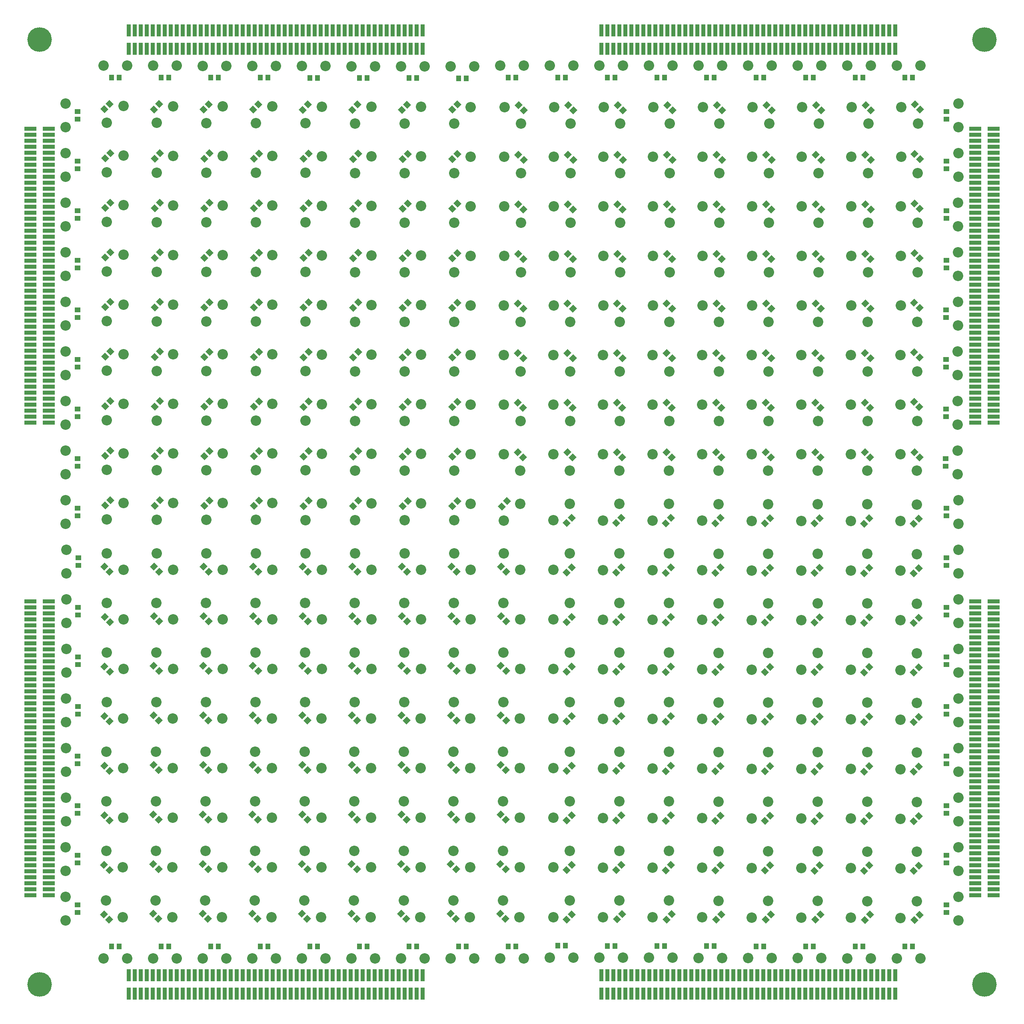
<source format=gts>
G04 Layer_Color=8388736*
%FSLAX25Y25*%
%MOIN*%
G70*
G01*
G75*
%ADD27R,0.04343X0.04737*%
%ADD28R,0.04737X0.04343*%
G04:AMPARAMS|DCode=29|XSize=47.37mil|YSize=43.43mil|CornerRadius=0mil|HoleSize=0mil|Usage=FLASHONLY|Rotation=225.000|XOffset=0mil|YOffset=0mil|HoleType=Round|Shape=Rectangle|*
%AMROTATEDRECTD29*
4,1,4,0.00139,0.03210,0.03210,0.00139,-0.00139,-0.03210,-0.03210,-0.00139,0.00139,0.03210,0.0*
%
%ADD29ROTATEDRECTD29*%

%ADD30R,0.03713X0.10249*%
%ADD31R,0.10249X0.03713*%
G04:AMPARAMS|DCode=32|XSize=47.37mil|YSize=43.43mil|CornerRadius=0mil|HoleSize=0mil|Usage=FLASHONLY|Rotation=315.000|XOffset=0mil|YOffset=0mil|HoleType=Round|Shape=Rectangle|*
%AMROTATEDRECTD32*
4,1,4,-0.03210,0.00139,-0.00139,0.03210,0.03210,-0.00139,0.00139,-0.03210,-0.03210,0.00139,0.0*
%
%ADD32ROTATEDRECTD32*%

%ADD33C,0.08674*%
%ADD34C,0.20485*%
D27*
X-3150Y362205D02*
D03*
X3150D02*
D03*
X327559Y362205D02*
D03*
X333858D02*
D03*
X286220Y362205D02*
D03*
X292520D02*
D03*
X244882Y362205D02*
D03*
X251181D02*
D03*
X203543Y362205D02*
D03*
X209842D02*
D03*
X162205Y362205D02*
D03*
X168504D02*
D03*
X120866Y362205D02*
D03*
X127165D02*
D03*
X79527Y362205D02*
D03*
X85827D02*
D03*
X38189Y362205D02*
D03*
X44488D02*
D03*
X-251181Y362106D02*
D03*
X-244882Y362106D02*
D03*
X-209843Y362008D02*
D03*
X-203543Y362008D02*
D03*
X-168504Y361910D02*
D03*
X-162205Y361909D02*
D03*
X-127165Y361811D02*
D03*
X-120866Y361811D02*
D03*
X-85827Y361713D02*
D03*
X-79528Y361713D02*
D03*
X-44488Y361614D02*
D03*
X-38189Y361614D02*
D03*
X-333858Y362303D02*
D03*
X-327559Y362303D02*
D03*
X-292520Y362205D02*
D03*
X-286221Y362205D02*
D03*
X-38189Y-362205D02*
D03*
X-44488D02*
D03*
X-79527Y-362205D02*
D03*
X-85827D02*
D03*
X-120866Y-362205D02*
D03*
X-127165D02*
D03*
X-162205Y-362205D02*
D03*
X-168504D02*
D03*
X-203543Y-362205D02*
D03*
X-209842D02*
D03*
X-244882Y-362205D02*
D03*
X-251181D02*
D03*
X-286220Y-362205D02*
D03*
X-292520D02*
D03*
X-327559Y-362205D02*
D03*
X-333858D02*
D03*
X3150Y-362205D02*
D03*
X-3150D02*
D03*
X251181Y-362106D02*
D03*
X244882Y-362106D02*
D03*
X209843Y-362008D02*
D03*
X203543Y-362008D02*
D03*
X168504Y-361910D02*
D03*
X162205Y-361909D02*
D03*
X127165Y-361811D02*
D03*
X120866Y-361811D02*
D03*
X85827Y-361713D02*
D03*
X79528Y-361713D02*
D03*
X44488Y-361614D02*
D03*
X38189Y-361614D02*
D03*
X333858Y-362303D02*
D03*
X327559Y-362303D02*
D03*
X292520Y-362205D02*
D03*
X286221Y-362205D02*
D03*
D28*
X362205Y292520D02*
D03*
X362205Y286221D02*
D03*
X362303Y333858D02*
D03*
X362303Y327559D02*
D03*
X361614Y44488D02*
D03*
X361614Y38189D02*
D03*
X361713Y85827D02*
D03*
X361713Y79528D02*
D03*
X361811Y127165D02*
D03*
X361811Y120866D02*
D03*
X361910Y168504D02*
D03*
X361909Y162205D02*
D03*
X362008Y209843D02*
D03*
X362008Y203543D02*
D03*
X362106Y251181D02*
D03*
X362106Y244882D02*
D03*
X-362205Y38189D02*
D03*
Y44488D02*
D03*
X-362205Y79527D02*
D03*
Y85827D02*
D03*
X-362205Y120866D02*
D03*
Y127165D02*
D03*
X-362205Y162205D02*
D03*
Y168504D02*
D03*
X-362205Y203543D02*
D03*
Y209842D02*
D03*
X-362205Y244882D02*
D03*
Y251181D02*
D03*
X-362205Y286220D02*
D03*
Y292520D02*
D03*
X-362205Y327559D02*
D03*
Y333858D02*
D03*
X-362205Y-3150D02*
D03*
Y3150D02*
D03*
X-362106Y-251181D02*
D03*
X-362106Y-244882D02*
D03*
X-362008Y-209843D02*
D03*
X-362008Y-203543D02*
D03*
X-361910Y-168504D02*
D03*
X-361909Y-162205D02*
D03*
X-361811Y-127165D02*
D03*
X-361811Y-120866D02*
D03*
X-361713Y-85827D02*
D03*
X-361713Y-79528D02*
D03*
X-361614Y-44488D02*
D03*
X-361614Y-38189D02*
D03*
X-362303Y-333858D02*
D03*
X-362303Y-327559D02*
D03*
X-362205Y-292520D02*
D03*
X-362205Y-286221D02*
D03*
X362205Y-38189D02*
D03*
Y-44488D02*
D03*
X362205Y-79527D02*
D03*
Y-85827D02*
D03*
X362205Y-120866D02*
D03*
Y-127165D02*
D03*
X362205Y-162205D02*
D03*
Y-168504D02*
D03*
X362205Y-203543D02*
D03*
Y-209842D02*
D03*
X362205Y-244882D02*
D03*
Y-251181D02*
D03*
X362205Y-286220D02*
D03*
Y-292520D02*
D03*
X362205Y-327559D02*
D03*
Y-333858D02*
D03*
X362205Y3150D02*
D03*
Y-3150D02*
D03*
D29*
X339855Y45498D02*
D03*
X335401Y49952D02*
D03*
X298516Y45498D02*
D03*
X294062Y49952D02*
D03*
X299205Y334868D02*
D03*
X294751Y339322D02*
D03*
X340179Y335412D02*
D03*
X335725Y339867D02*
D03*
X257867Y334868D02*
D03*
X253412Y339322D02*
D03*
X216528Y334868D02*
D03*
X212074Y339322D02*
D03*
X175189Y334868D02*
D03*
X170735Y339322D02*
D03*
X133851Y334868D02*
D03*
X129397Y339322D02*
D03*
X92512Y334868D02*
D03*
X88058Y339322D02*
D03*
X51174Y334868D02*
D03*
X46720Y339322D02*
D03*
X9835Y334868D02*
D03*
X5381Y339322D02*
D03*
X299107Y293529D02*
D03*
X294652Y297983D02*
D03*
X340080Y294074D02*
D03*
X335626Y298528D02*
D03*
X257768Y293529D02*
D03*
X253314Y297983D02*
D03*
X216429Y293529D02*
D03*
X211975Y297983D02*
D03*
X175091Y293529D02*
D03*
X170637Y297983D02*
D03*
X133752Y293529D02*
D03*
X129298Y297983D02*
D03*
X92414Y293529D02*
D03*
X87960Y297983D02*
D03*
X51075Y293529D02*
D03*
X46621Y297983D02*
D03*
X9737Y293529D02*
D03*
X5283Y297983D02*
D03*
X299008Y252190D02*
D03*
X294554Y256645D02*
D03*
X339982Y252735D02*
D03*
X335528Y257189D02*
D03*
X257670Y252190D02*
D03*
X253216Y256645D02*
D03*
X216331Y252190D02*
D03*
X211877Y256645D02*
D03*
X174993Y252190D02*
D03*
X170538Y256645D02*
D03*
X133654Y252190D02*
D03*
X129200Y256645D02*
D03*
X92315Y252190D02*
D03*
X87861Y256645D02*
D03*
X50977Y252190D02*
D03*
X46523Y256645D02*
D03*
X9638Y252190D02*
D03*
X5184Y256645D02*
D03*
X298910Y210852D02*
D03*
X294456Y215306D02*
D03*
X339883Y211397D02*
D03*
X335429Y215851D02*
D03*
X257571Y210852D02*
D03*
X253117Y215306D02*
D03*
X216233Y210852D02*
D03*
X211778Y215306D02*
D03*
X174894Y210852D02*
D03*
X170440Y215306D02*
D03*
X133555Y210852D02*
D03*
X129101Y215306D02*
D03*
X92217Y210852D02*
D03*
X87763Y215306D02*
D03*
X50878Y210852D02*
D03*
X46424Y215306D02*
D03*
X9540Y210852D02*
D03*
X5086Y215306D02*
D03*
X298811Y169513D02*
D03*
X294357Y173968D02*
D03*
X339785Y170058D02*
D03*
X335331Y174512D02*
D03*
X257473Y169513D02*
D03*
X253019Y173968D02*
D03*
X216134Y169513D02*
D03*
X211680Y173968D02*
D03*
X174796Y169513D02*
D03*
X170342Y173968D02*
D03*
X133457Y169513D02*
D03*
X129003Y173968D02*
D03*
X92119Y169513D02*
D03*
X87664Y173968D02*
D03*
X50780Y169513D02*
D03*
X46326Y173968D02*
D03*
X9441Y169513D02*
D03*
X4987Y173968D02*
D03*
X298713Y128175D02*
D03*
X294259Y132629D02*
D03*
X339687Y128719D02*
D03*
X335232Y133174D02*
D03*
X257374Y128175D02*
D03*
X252920Y132629D02*
D03*
X216036Y128175D02*
D03*
X211582Y132629D02*
D03*
X174697Y128175D02*
D03*
X170243Y132629D02*
D03*
X133359Y128175D02*
D03*
X128904Y132629D02*
D03*
X92020Y128175D02*
D03*
X87566Y132629D02*
D03*
X50682Y128175D02*
D03*
X46227Y132629D02*
D03*
X9343Y128175D02*
D03*
X4889Y132629D02*
D03*
X298615Y86836D02*
D03*
X294160Y91290D02*
D03*
X339588Y87381D02*
D03*
X335134Y91835D02*
D03*
X257276Y86836D02*
D03*
X252822Y91290D02*
D03*
X215937Y86836D02*
D03*
X211483Y91290D02*
D03*
X174599Y86836D02*
D03*
X170145Y91290D02*
D03*
X133260Y86836D02*
D03*
X128806Y91290D02*
D03*
X91922Y86836D02*
D03*
X87467Y91290D02*
D03*
X50583Y86836D02*
D03*
X46129Y91290D02*
D03*
X9245Y86836D02*
D03*
X4790Y91290D02*
D03*
X9146Y45498D02*
D03*
X4692Y49952D02*
D03*
X50485Y45498D02*
D03*
X46031Y49952D02*
D03*
X91823Y45498D02*
D03*
X87369Y49952D02*
D03*
X133162Y45498D02*
D03*
X128708Y49952D02*
D03*
X174500Y45498D02*
D03*
X170046Y49952D02*
D03*
X215839Y45498D02*
D03*
X211385Y49952D02*
D03*
X257178Y45498D02*
D03*
X252723Y49952D02*
D03*
X-257178Y-45498D02*
D03*
X-252723Y-49952D02*
D03*
X-215839Y-45498D02*
D03*
X-211385Y-49952D02*
D03*
X-174500Y-45498D02*
D03*
X-170046Y-49952D02*
D03*
X-133162Y-45498D02*
D03*
X-128708Y-49952D02*
D03*
X-91823Y-45498D02*
D03*
X-87369Y-49952D02*
D03*
X-50485Y-45498D02*
D03*
X-46031Y-49952D02*
D03*
X-9146Y-45498D02*
D03*
X-4692Y-49952D02*
D03*
X-9245Y-86836D02*
D03*
X-4790Y-91290D02*
D03*
X-50583Y-86836D02*
D03*
X-46129Y-91290D02*
D03*
X-91922Y-86836D02*
D03*
X-87467Y-91290D02*
D03*
X-133260Y-86836D02*
D03*
X-128806Y-91290D02*
D03*
X-174599Y-86836D02*
D03*
X-170145Y-91290D02*
D03*
X-215937Y-86836D02*
D03*
X-211483Y-91290D02*
D03*
X-257276Y-86836D02*
D03*
X-252822Y-91290D02*
D03*
X-339588Y-87381D02*
D03*
X-335134Y-91835D02*
D03*
X-298615Y-86836D02*
D03*
X-294160Y-91290D02*
D03*
X-9343Y-128175D02*
D03*
X-4889Y-132629D02*
D03*
X-50682Y-128175D02*
D03*
X-46227Y-132629D02*
D03*
X-92020Y-128175D02*
D03*
X-87566Y-132629D02*
D03*
X-133359Y-128175D02*
D03*
X-128904Y-132629D02*
D03*
X-174697Y-128175D02*
D03*
X-170243Y-132629D02*
D03*
X-216036Y-128175D02*
D03*
X-211582Y-132629D02*
D03*
X-257374Y-128175D02*
D03*
X-252920Y-132629D02*
D03*
X-339687Y-128719D02*
D03*
X-335232Y-133174D02*
D03*
X-298713Y-128175D02*
D03*
X-294259Y-132629D02*
D03*
X-9441Y-169513D02*
D03*
X-4987Y-173968D02*
D03*
X-50780Y-169513D02*
D03*
X-46326Y-173968D02*
D03*
X-92119Y-169513D02*
D03*
X-87664Y-173968D02*
D03*
X-133457Y-169513D02*
D03*
X-129003Y-173968D02*
D03*
X-174796Y-169513D02*
D03*
X-170342Y-173968D02*
D03*
X-216134Y-169513D02*
D03*
X-211680Y-173968D02*
D03*
X-257473Y-169513D02*
D03*
X-253019Y-173968D02*
D03*
X-339785Y-170058D02*
D03*
X-335331Y-174512D02*
D03*
X-298811Y-169513D02*
D03*
X-294357Y-173968D02*
D03*
X-9540Y-210852D02*
D03*
X-5086Y-215306D02*
D03*
X-50878Y-210852D02*
D03*
X-46424Y-215306D02*
D03*
X-92217Y-210852D02*
D03*
X-87763Y-215306D02*
D03*
X-133555Y-210852D02*
D03*
X-129101Y-215306D02*
D03*
X-174894Y-210852D02*
D03*
X-170440Y-215306D02*
D03*
X-216233Y-210852D02*
D03*
X-211778Y-215306D02*
D03*
X-257571Y-210852D02*
D03*
X-253117Y-215306D02*
D03*
X-339883Y-211397D02*
D03*
X-335429Y-215851D02*
D03*
X-298910Y-210852D02*
D03*
X-294456Y-215306D02*
D03*
X-9638Y-252190D02*
D03*
X-5184Y-256645D02*
D03*
X-50977Y-252190D02*
D03*
X-46523Y-256645D02*
D03*
X-92315Y-252190D02*
D03*
X-87861Y-256645D02*
D03*
X-133654Y-252190D02*
D03*
X-129200Y-256645D02*
D03*
X-174993Y-252190D02*
D03*
X-170538Y-256645D02*
D03*
X-216331Y-252190D02*
D03*
X-211877Y-256645D02*
D03*
X-257670Y-252190D02*
D03*
X-253216Y-256645D02*
D03*
X-339982Y-252735D02*
D03*
X-335528Y-257189D02*
D03*
X-299008Y-252190D02*
D03*
X-294554Y-256645D02*
D03*
X-9737Y-293529D02*
D03*
X-5283Y-297983D02*
D03*
X-51075Y-293529D02*
D03*
X-46621Y-297983D02*
D03*
X-92414Y-293529D02*
D03*
X-87960Y-297983D02*
D03*
X-133752Y-293529D02*
D03*
X-129298Y-297983D02*
D03*
X-175091Y-293529D02*
D03*
X-170637Y-297983D02*
D03*
X-216429Y-293529D02*
D03*
X-211975Y-297983D02*
D03*
X-257768Y-293529D02*
D03*
X-253314Y-297983D02*
D03*
X-340080Y-294074D02*
D03*
X-335626Y-298528D02*
D03*
X-299107Y-293529D02*
D03*
X-294652Y-297983D02*
D03*
X-9835Y-334868D02*
D03*
X-5381Y-339322D02*
D03*
X-51174Y-334868D02*
D03*
X-46720Y-339322D02*
D03*
X-92512Y-334868D02*
D03*
X-88058Y-339322D02*
D03*
X-133851Y-334868D02*
D03*
X-129397Y-339322D02*
D03*
X-175189Y-334868D02*
D03*
X-170735Y-339322D02*
D03*
X-216528Y-334868D02*
D03*
X-212074Y-339322D02*
D03*
X-257867Y-334868D02*
D03*
X-253412Y-339322D02*
D03*
X-340179Y-335412D02*
D03*
X-335725Y-339867D02*
D03*
X-299205Y-334868D02*
D03*
X-294751Y-339322D02*
D03*
X-298516Y-45498D02*
D03*
X-294062Y-49952D02*
D03*
X-339855Y-45498D02*
D03*
X-335401Y-49952D02*
D03*
D30*
X74350Y386023D02*
D03*
X79350D02*
D03*
X84350D02*
D03*
X89350D02*
D03*
X94350D02*
D03*
X99350D02*
D03*
X104350D02*
D03*
X109350D02*
D03*
X114350D02*
D03*
X119350D02*
D03*
X124350D02*
D03*
X129350D02*
D03*
X134350D02*
D03*
X139350D02*
D03*
X144350D02*
D03*
X149350D02*
D03*
X154350D02*
D03*
X159350D02*
D03*
X164350D02*
D03*
X169350D02*
D03*
X174350D02*
D03*
X179350D02*
D03*
X184350D02*
D03*
X189350D02*
D03*
X194350D02*
D03*
X199350D02*
D03*
X204350D02*
D03*
X209350D02*
D03*
X214350D02*
D03*
X219350D02*
D03*
X224350D02*
D03*
X229350D02*
D03*
X234350D02*
D03*
X239350D02*
D03*
X244350D02*
D03*
X249350D02*
D03*
X254350D02*
D03*
X259350D02*
D03*
X264350D02*
D03*
X269350D02*
D03*
X274350D02*
D03*
X279350D02*
D03*
X284350D02*
D03*
X289350D02*
D03*
X294350D02*
D03*
X299350D02*
D03*
X304350D02*
D03*
X309350D02*
D03*
X314350D02*
D03*
X319350D02*
D03*
X74350Y401378D02*
D03*
X79350D02*
D03*
X84350D02*
D03*
X89350D02*
D03*
X94350D02*
D03*
X99350D02*
D03*
X104350D02*
D03*
X109350D02*
D03*
X114350D02*
D03*
X119350D02*
D03*
X124350D02*
D03*
X129350D02*
D03*
X134350D02*
D03*
X139350D02*
D03*
X144350D02*
D03*
X149350D02*
D03*
X154350D02*
D03*
X159350D02*
D03*
X164350D02*
D03*
X169350D02*
D03*
X174350D02*
D03*
X179350D02*
D03*
X184350D02*
D03*
X189350D02*
D03*
X194350D02*
D03*
X199350D02*
D03*
X204350D02*
D03*
X209350D02*
D03*
X214350D02*
D03*
X219350D02*
D03*
X224350D02*
D03*
X229350D02*
D03*
X234350D02*
D03*
X239350D02*
D03*
X244350D02*
D03*
X249350D02*
D03*
X254350D02*
D03*
X259350D02*
D03*
X264350D02*
D03*
X269350D02*
D03*
X274350D02*
D03*
X279350D02*
D03*
X284350D02*
D03*
X289350D02*
D03*
X294350D02*
D03*
X299350D02*
D03*
X304350D02*
D03*
X309350D02*
D03*
X314350D02*
D03*
X319350D02*
D03*
X-74350Y401378D02*
D03*
X-79350D02*
D03*
X-84350D02*
D03*
X-89350D02*
D03*
X-94350D02*
D03*
X-99350D02*
D03*
X-104350D02*
D03*
X-109350D02*
D03*
X-114350D02*
D03*
X-119350D02*
D03*
X-124350D02*
D03*
X-129350D02*
D03*
X-134350D02*
D03*
X-139350D02*
D03*
X-144350D02*
D03*
X-149350D02*
D03*
X-154350D02*
D03*
X-159350D02*
D03*
X-164350D02*
D03*
X-169350D02*
D03*
X-174350D02*
D03*
X-179350D02*
D03*
X-184350D02*
D03*
X-189350D02*
D03*
X-194350D02*
D03*
X-199350D02*
D03*
X-204350D02*
D03*
X-209350D02*
D03*
X-214350D02*
D03*
X-219350D02*
D03*
X-224350D02*
D03*
X-229350D02*
D03*
X-234350D02*
D03*
X-239350D02*
D03*
X-244350D02*
D03*
X-249350D02*
D03*
X-254350D02*
D03*
X-259350D02*
D03*
X-264350D02*
D03*
X-269350D02*
D03*
X-274350D02*
D03*
X-279350D02*
D03*
X-284350D02*
D03*
X-289350D02*
D03*
X-294350D02*
D03*
X-299350D02*
D03*
X-304350D02*
D03*
X-309350D02*
D03*
X-314350D02*
D03*
X-319350D02*
D03*
X-74350Y386024D02*
D03*
X-79350D02*
D03*
X-84350D02*
D03*
X-89350D02*
D03*
X-94350D02*
D03*
X-99350D02*
D03*
X-104350D02*
D03*
X-109350D02*
D03*
X-114350D02*
D03*
X-119350D02*
D03*
X-124350D02*
D03*
X-129350D02*
D03*
X-134350D02*
D03*
X-139350D02*
D03*
X-144350D02*
D03*
X-149350D02*
D03*
X-154350D02*
D03*
X-159350D02*
D03*
X-164350D02*
D03*
X-169350D02*
D03*
X-174350D02*
D03*
X-179350D02*
D03*
X-184350D02*
D03*
X-189350D02*
D03*
X-194350D02*
D03*
X-199350D02*
D03*
X-204350D02*
D03*
X-209350D02*
D03*
X-214350D02*
D03*
X-219350D02*
D03*
X-224350D02*
D03*
X-229350D02*
D03*
X-234350D02*
D03*
X-239350D02*
D03*
X-244350D02*
D03*
X-249350D02*
D03*
X-254350D02*
D03*
X-259350D02*
D03*
X-264350D02*
D03*
X-269350D02*
D03*
X-274350D02*
D03*
X-279350D02*
D03*
X-284350D02*
D03*
X-289350D02*
D03*
X-294350D02*
D03*
X-299350D02*
D03*
X-304350D02*
D03*
X-309350D02*
D03*
X-314350D02*
D03*
X-319350D02*
D03*
X-74350Y-386023D02*
D03*
X-79350D02*
D03*
X-84350D02*
D03*
X-89350D02*
D03*
X-94350D02*
D03*
X-99350D02*
D03*
X-104350D02*
D03*
X-109350D02*
D03*
X-114350D02*
D03*
X-119350D02*
D03*
X-124350D02*
D03*
X-129350D02*
D03*
X-134350D02*
D03*
X-139350D02*
D03*
X-144350D02*
D03*
X-149350D02*
D03*
X-154350D02*
D03*
X-159350D02*
D03*
X-164350D02*
D03*
X-169350D02*
D03*
X-174350D02*
D03*
X-179350D02*
D03*
X-184350D02*
D03*
X-189350D02*
D03*
X-194350D02*
D03*
X-199350D02*
D03*
X-204350D02*
D03*
X-209350D02*
D03*
X-214350D02*
D03*
X-219350D02*
D03*
X-224350D02*
D03*
X-229350D02*
D03*
X-234350D02*
D03*
X-239350D02*
D03*
X-244350D02*
D03*
X-249350D02*
D03*
X-254350D02*
D03*
X-259350D02*
D03*
X-264350D02*
D03*
X-269350D02*
D03*
X-274350D02*
D03*
X-279350D02*
D03*
X-284350D02*
D03*
X-289350D02*
D03*
X-294350D02*
D03*
X-299350D02*
D03*
X-304350D02*
D03*
X-309350D02*
D03*
X-314350D02*
D03*
X-319350D02*
D03*
X-74350Y-401378D02*
D03*
X-79350D02*
D03*
X-84350D02*
D03*
X-89350D02*
D03*
X-94350D02*
D03*
X-99350D02*
D03*
X-104350D02*
D03*
X-109350D02*
D03*
X-114350D02*
D03*
X-119350D02*
D03*
X-124350D02*
D03*
X-129350D02*
D03*
X-134350D02*
D03*
X-139350D02*
D03*
X-144350D02*
D03*
X-149350D02*
D03*
X-154350D02*
D03*
X-159350D02*
D03*
X-164350D02*
D03*
X-169350D02*
D03*
X-174350D02*
D03*
X-179350D02*
D03*
X-184350D02*
D03*
X-189350D02*
D03*
X-194350D02*
D03*
X-199350D02*
D03*
X-204350D02*
D03*
X-209350D02*
D03*
X-214350D02*
D03*
X-219350D02*
D03*
X-224350D02*
D03*
X-229350D02*
D03*
X-234350D02*
D03*
X-239350D02*
D03*
X-244350D02*
D03*
X-249350D02*
D03*
X-254350D02*
D03*
X-259350D02*
D03*
X-264350D02*
D03*
X-269350D02*
D03*
X-274350D02*
D03*
X-279350D02*
D03*
X-284350D02*
D03*
X-289350D02*
D03*
X-294350D02*
D03*
X-299350D02*
D03*
X-304350D02*
D03*
X-309350D02*
D03*
X-314350D02*
D03*
X-319350D02*
D03*
X74350Y-401378D02*
D03*
X79350D02*
D03*
X84350D02*
D03*
X89350D02*
D03*
X94350D02*
D03*
X99350D02*
D03*
X104350D02*
D03*
X109350D02*
D03*
X114350D02*
D03*
X119350D02*
D03*
X124350D02*
D03*
X129350D02*
D03*
X134350D02*
D03*
X139350D02*
D03*
X144350D02*
D03*
X149350D02*
D03*
X154350D02*
D03*
X159350D02*
D03*
X164350D02*
D03*
X169350D02*
D03*
X174350D02*
D03*
X179350D02*
D03*
X184350D02*
D03*
X189350D02*
D03*
X194350D02*
D03*
X199350D02*
D03*
X204350D02*
D03*
X209350D02*
D03*
X214350D02*
D03*
X219350D02*
D03*
X224350D02*
D03*
X229350D02*
D03*
X234350D02*
D03*
X239350D02*
D03*
X244350D02*
D03*
X249350D02*
D03*
X254350D02*
D03*
X259350D02*
D03*
X264350D02*
D03*
X269350D02*
D03*
X274350D02*
D03*
X279350D02*
D03*
X284350D02*
D03*
X289350D02*
D03*
X294350D02*
D03*
X299350D02*
D03*
X304350D02*
D03*
X309350D02*
D03*
X314350D02*
D03*
X319350D02*
D03*
X74350Y-386024D02*
D03*
X79350D02*
D03*
X84350D02*
D03*
X89350D02*
D03*
X94350D02*
D03*
X99350D02*
D03*
X104350D02*
D03*
X109350D02*
D03*
X114350D02*
D03*
X119350D02*
D03*
X124350D02*
D03*
X129350D02*
D03*
X134350D02*
D03*
X139350D02*
D03*
X144350D02*
D03*
X149350D02*
D03*
X154350D02*
D03*
X159350D02*
D03*
X164350D02*
D03*
X169350D02*
D03*
X174350D02*
D03*
X179350D02*
D03*
X184350D02*
D03*
X189350D02*
D03*
X194350D02*
D03*
X199350D02*
D03*
X204350D02*
D03*
X209350D02*
D03*
X214350D02*
D03*
X219350D02*
D03*
X224350D02*
D03*
X229350D02*
D03*
X234350D02*
D03*
X239350D02*
D03*
X244350D02*
D03*
X249350D02*
D03*
X254350D02*
D03*
X259350D02*
D03*
X264350D02*
D03*
X269350D02*
D03*
X274350D02*
D03*
X279350D02*
D03*
X284350D02*
D03*
X289350D02*
D03*
X294350D02*
D03*
X299350D02*
D03*
X304350D02*
D03*
X309350D02*
D03*
X314350D02*
D03*
X319350D02*
D03*
D31*
X401378Y74350D02*
D03*
Y79350D02*
D03*
Y84350D02*
D03*
Y89350D02*
D03*
Y94350D02*
D03*
Y99350D02*
D03*
Y104350D02*
D03*
Y109350D02*
D03*
Y114350D02*
D03*
Y119350D02*
D03*
Y124350D02*
D03*
Y129350D02*
D03*
Y134350D02*
D03*
Y139350D02*
D03*
Y144350D02*
D03*
Y149350D02*
D03*
Y154350D02*
D03*
Y159350D02*
D03*
Y164350D02*
D03*
Y169350D02*
D03*
Y174350D02*
D03*
Y179350D02*
D03*
Y184350D02*
D03*
Y189350D02*
D03*
Y194350D02*
D03*
Y199350D02*
D03*
Y204350D02*
D03*
Y209350D02*
D03*
Y214350D02*
D03*
Y219350D02*
D03*
Y224350D02*
D03*
Y229350D02*
D03*
Y234350D02*
D03*
Y239350D02*
D03*
Y244350D02*
D03*
Y249350D02*
D03*
Y254350D02*
D03*
Y259350D02*
D03*
Y264350D02*
D03*
Y269350D02*
D03*
Y274350D02*
D03*
Y279350D02*
D03*
Y284350D02*
D03*
Y289350D02*
D03*
Y294350D02*
D03*
Y299350D02*
D03*
Y304350D02*
D03*
Y309350D02*
D03*
Y314350D02*
D03*
Y319350D02*
D03*
X386024Y74350D02*
D03*
Y79350D02*
D03*
Y84350D02*
D03*
Y89350D02*
D03*
Y94350D02*
D03*
Y99350D02*
D03*
Y104350D02*
D03*
Y109350D02*
D03*
Y114350D02*
D03*
Y119350D02*
D03*
Y124350D02*
D03*
Y129350D02*
D03*
Y134350D02*
D03*
Y139350D02*
D03*
Y144350D02*
D03*
Y149350D02*
D03*
Y154350D02*
D03*
Y159350D02*
D03*
Y164350D02*
D03*
Y169350D02*
D03*
Y174350D02*
D03*
Y179350D02*
D03*
Y184350D02*
D03*
Y189350D02*
D03*
Y194350D02*
D03*
Y199350D02*
D03*
Y204350D02*
D03*
Y209350D02*
D03*
Y214350D02*
D03*
Y219350D02*
D03*
Y224350D02*
D03*
Y229350D02*
D03*
Y234350D02*
D03*
Y239350D02*
D03*
Y244350D02*
D03*
Y249350D02*
D03*
Y254350D02*
D03*
Y259350D02*
D03*
Y264350D02*
D03*
Y269350D02*
D03*
Y274350D02*
D03*
Y279350D02*
D03*
Y284350D02*
D03*
Y289350D02*
D03*
Y294350D02*
D03*
Y299350D02*
D03*
Y304350D02*
D03*
Y309350D02*
D03*
Y314350D02*
D03*
Y319350D02*
D03*
X-386023Y74350D02*
D03*
Y79350D02*
D03*
Y84350D02*
D03*
Y89350D02*
D03*
Y94350D02*
D03*
Y99350D02*
D03*
Y104350D02*
D03*
Y109350D02*
D03*
Y114350D02*
D03*
Y119350D02*
D03*
Y124350D02*
D03*
Y129350D02*
D03*
Y134350D02*
D03*
Y139350D02*
D03*
Y144350D02*
D03*
Y149350D02*
D03*
Y154350D02*
D03*
Y159350D02*
D03*
Y164350D02*
D03*
Y169350D02*
D03*
Y174350D02*
D03*
Y179350D02*
D03*
Y184350D02*
D03*
Y189350D02*
D03*
Y194350D02*
D03*
Y199350D02*
D03*
Y204350D02*
D03*
Y209350D02*
D03*
Y214350D02*
D03*
Y219350D02*
D03*
Y224350D02*
D03*
Y229350D02*
D03*
Y234350D02*
D03*
Y239350D02*
D03*
Y244350D02*
D03*
Y249350D02*
D03*
Y254350D02*
D03*
Y259350D02*
D03*
Y264350D02*
D03*
Y269350D02*
D03*
Y274350D02*
D03*
Y279350D02*
D03*
Y284350D02*
D03*
Y289350D02*
D03*
Y294350D02*
D03*
Y299350D02*
D03*
Y304350D02*
D03*
Y309350D02*
D03*
Y314350D02*
D03*
Y319350D02*
D03*
X-401378Y74350D02*
D03*
Y79350D02*
D03*
Y84350D02*
D03*
Y89350D02*
D03*
Y94350D02*
D03*
Y99350D02*
D03*
Y104350D02*
D03*
Y109350D02*
D03*
Y114350D02*
D03*
Y119350D02*
D03*
Y124350D02*
D03*
Y129350D02*
D03*
Y134350D02*
D03*
Y139350D02*
D03*
Y144350D02*
D03*
Y149350D02*
D03*
Y154350D02*
D03*
Y159350D02*
D03*
Y164350D02*
D03*
Y169350D02*
D03*
Y174350D02*
D03*
Y179350D02*
D03*
Y184350D02*
D03*
Y189350D02*
D03*
Y194350D02*
D03*
Y199350D02*
D03*
Y204350D02*
D03*
Y209350D02*
D03*
Y214350D02*
D03*
Y219350D02*
D03*
Y224350D02*
D03*
Y229350D02*
D03*
Y234350D02*
D03*
Y239350D02*
D03*
Y244350D02*
D03*
Y249350D02*
D03*
Y254350D02*
D03*
Y259350D02*
D03*
Y264350D02*
D03*
Y269350D02*
D03*
Y274350D02*
D03*
Y279350D02*
D03*
Y284350D02*
D03*
Y289350D02*
D03*
Y294350D02*
D03*
Y299350D02*
D03*
Y304350D02*
D03*
Y309350D02*
D03*
Y314350D02*
D03*
Y319350D02*
D03*
X-401378Y-74350D02*
D03*
Y-79350D02*
D03*
Y-84350D02*
D03*
Y-89350D02*
D03*
Y-94350D02*
D03*
Y-99350D02*
D03*
Y-104350D02*
D03*
Y-109350D02*
D03*
Y-114350D02*
D03*
Y-119350D02*
D03*
Y-124350D02*
D03*
Y-129350D02*
D03*
Y-134350D02*
D03*
Y-139350D02*
D03*
Y-144350D02*
D03*
Y-149350D02*
D03*
Y-154350D02*
D03*
Y-159350D02*
D03*
Y-164350D02*
D03*
Y-169350D02*
D03*
Y-174350D02*
D03*
Y-179350D02*
D03*
Y-184350D02*
D03*
Y-189350D02*
D03*
Y-194350D02*
D03*
Y-199350D02*
D03*
Y-204350D02*
D03*
Y-209350D02*
D03*
Y-214350D02*
D03*
Y-219350D02*
D03*
Y-224350D02*
D03*
Y-229350D02*
D03*
Y-234350D02*
D03*
Y-239350D02*
D03*
Y-244350D02*
D03*
Y-249350D02*
D03*
Y-254350D02*
D03*
Y-259350D02*
D03*
Y-264350D02*
D03*
Y-269350D02*
D03*
Y-274350D02*
D03*
Y-279350D02*
D03*
Y-284350D02*
D03*
Y-289350D02*
D03*
Y-294350D02*
D03*
Y-299350D02*
D03*
Y-304350D02*
D03*
Y-309350D02*
D03*
Y-314350D02*
D03*
Y-319350D02*
D03*
X-386024Y-74350D02*
D03*
Y-79350D02*
D03*
Y-84350D02*
D03*
Y-89350D02*
D03*
Y-94350D02*
D03*
Y-99350D02*
D03*
Y-104350D02*
D03*
Y-109350D02*
D03*
Y-114350D02*
D03*
Y-119350D02*
D03*
Y-124350D02*
D03*
Y-129350D02*
D03*
Y-134350D02*
D03*
Y-139350D02*
D03*
Y-144350D02*
D03*
Y-149350D02*
D03*
Y-154350D02*
D03*
Y-159350D02*
D03*
Y-164350D02*
D03*
Y-169350D02*
D03*
Y-174350D02*
D03*
Y-179350D02*
D03*
Y-184350D02*
D03*
Y-189350D02*
D03*
Y-194350D02*
D03*
Y-199350D02*
D03*
Y-204350D02*
D03*
Y-209350D02*
D03*
Y-214350D02*
D03*
Y-219350D02*
D03*
Y-224350D02*
D03*
Y-229350D02*
D03*
Y-234350D02*
D03*
Y-239350D02*
D03*
Y-244350D02*
D03*
Y-249350D02*
D03*
Y-254350D02*
D03*
Y-259350D02*
D03*
Y-264350D02*
D03*
Y-269350D02*
D03*
Y-274350D02*
D03*
Y-279350D02*
D03*
Y-284350D02*
D03*
Y-289350D02*
D03*
Y-294350D02*
D03*
Y-299350D02*
D03*
Y-304350D02*
D03*
Y-309350D02*
D03*
Y-314350D02*
D03*
Y-319350D02*
D03*
X386023Y-74350D02*
D03*
Y-79350D02*
D03*
Y-84350D02*
D03*
Y-89350D02*
D03*
Y-94350D02*
D03*
Y-99350D02*
D03*
Y-104350D02*
D03*
Y-109350D02*
D03*
Y-114350D02*
D03*
Y-119350D02*
D03*
Y-124350D02*
D03*
Y-129350D02*
D03*
Y-134350D02*
D03*
Y-139350D02*
D03*
Y-144350D02*
D03*
Y-149350D02*
D03*
Y-154350D02*
D03*
Y-159350D02*
D03*
Y-164350D02*
D03*
Y-169350D02*
D03*
Y-174350D02*
D03*
Y-179350D02*
D03*
Y-184350D02*
D03*
Y-189350D02*
D03*
Y-194350D02*
D03*
Y-199350D02*
D03*
Y-204350D02*
D03*
Y-209350D02*
D03*
Y-214350D02*
D03*
Y-219350D02*
D03*
Y-224350D02*
D03*
Y-229350D02*
D03*
Y-234350D02*
D03*
Y-239350D02*
D03*
Y-244350D02*
D03*
Y-249350D02*
D03*
Y-254350D02*
D03*
Y-259350D02*
D03*
Y-264350D02*
D03*
Y-269350D02*
D03*
Y-274350D02*
D03*
Y-279350D02*
D03*
Y-284350D02*
D03*
Y-289350D02*
D03*
Y-294350D02*
D03*
Y-299350D02*
D03*
Y-304350D02*
D03*
Y-309350D02*
D03*
Y-314350D02*
D03*
Y-319350D02*
D03*
X401378Y-74350D02*
D03*
Y-79350D02*
D03*
Y-84350D02*
D03*
Y-89350D02*
D03*
Y-94350D02*
D03*
Y-99350D02*
D03*
Y-104350D02*
D03*
Y-109350D02*
D03*
Y-114350D02*
D03*
Y-119350D02*
D03*
Y-124350D02*
D03*
Y-129350D02*
D03*
Y-134350D02*
D03*
Y-139350D02*
D03*
Y-144350D02*
D03*
Y-149350D02*
D03*
Y-154350D02*
D03*
Y-159350D02*
D03*
Y-164350D02*
D03*
Y-169350D02*
D03*
Y-174350D02*
D03*
Y-179350D02*
D03*
Y-184350D02*
D03*
Y-189350D02*
D03*
Y-194350D02*
D03*
Y-199350D02*
D03*
Y-204350D02*
D03*
Y-209350D02*
D03*
Y-214350D02*
D03*
Y-219350D02*
D03*
Y-224350D02*
D03*
Y-229350D02*
D03*
Y-234350D02*
D03*
Y-239350D02*
D03*
Y-244350D02*
D03*
Y-249350D02*
D03*
Y-254350D02*
D03*
Y-259350D02*
D03*
Y-264350D02*
D03*
Y-269350D02*
D03*
Y-274350D02*
D03*
Y-279350D02*
D03*
Y-284350D02*
D03*
Y-289350D02*
D03*
Y-294350D02*
D03*
Y-299350D02*
D03*
Y-304350D02*
D03*
Y-309350D02*
D03*
Y-314350D02*
D03*
Y-319350D02*
D03*
D32*
X-45498Y257178D02*
D03*
X-49952Y252723D02*
D03*
X-45498Y215839D02*
D03*
X-49952Y211385D02*
D03*
X-45498Y174500D02*
D03*
X-49952Y170046D02*
D03*
X-45498Y133162D02*
D03*
X-49952Y128708D02*
D03*
X-45498Y91823D02*
D03*
X-49952Y87369D02*
D03*
X-45498Y50485D02*
D03*
X-49952Y46031D02*
D03*
X-45498Y9146D02*
D03*
X-49952Y4692D02*
D03*
X-86836Y9245D02*
D03*
X-91290Y4790D02*
D03*
X-86836Y50583D02*
D03*
X-91290Y46129D02*
D03*
X-86836Y91922D02*
D03*
X-91290Y87467D02*
D03*
X-86836Y133260D02*
D03*
X-91290Y128806D02*
D03*
X-86836Y174599D02*
D03*
X-91290Y170145D02*
D03*
X-86836Y215937D02*
D03*
X-91290Y211483D02*
D03*
X-86836Y257276D02*
D03*
X-91290Y252822D02*
D03*
X-87381Y339588D02*
D03*
X-91835Y335134D02*
D03*
X-86836Y298615D02*
D03*
X-91290Y294160D02*
D03*
X-128175Y9343D02*
D03*
X-132629Y4889D02*
D03*
X-128175Y50682D02*
D03*
X-132629Y46227D02*
D03*
X-128175Y92020D02*
D03*
X-132629Y87566D02*
D03*
X-128175Y133359D02*
D03*
X-132629Y128904D02*
D03*
X-128175Y174697D02*
D03*
X-132629Y170243D02*
D03*
X-128175Y216036D02*
D03*
X-132629Y211582D02*
D03*
X-128175Y257374D02*
D03*
X-132629Y252920D02*
D03*
X-128719Y339687D02*
D03*
X-133174Y335232D02*
D03*
X-128175Y298713D02*
D03*
X-132629Y294259D02*
D03*
X-169513Y9441D02*
D03*
X-173968Y4987D02*
D03*
X-169513Y50780D02*
D03*
X-173968Y46326D02*
D03*
X-169513Y92119D02*
D03*
X-173968Y87664D02*
D03*
X-169513Y133457D02*
D03*
X-173968Y129003D02*
D03*
X-169513Y174796D02*
D03*
X-173968Y170342D02*
D03*
X-169513Y216134D02*
D03*
X-173968Y211680D02*
D03*
X-169513Y257473D02*
D03*
X-173968Y253019D02*
D03*
X-170058Y339785D02*
D03*
X-174512Y335331D02*
D03*
X-169513Y298811D02*
D03*
X-173968Y294357D02*
D03*
X-210852Y9540D02*
D03*
X-215306Y5086D02*
D03*
X-210852Y50878D02*
D03*
X-215306Y46424D02*
D03*
X-210852Y92217D02*
D03*
X-215306Y87763D02*
D03*
X-210852Y133555D02*
D03*
X-215306Y129101D02*
D03*
X-210852Y174894D02*
D03*
X-215306Y170440D02*
D03*
X-210852Y216233D02*
D03*
X-215306Y211778D02*
D03*
X-210852Y257571D02*
D03*
X-215306Y253117D02*
D03*
X-211397Y339883D02*
D03*
X-215851Y335429D02*
D03*
X-210852Y298910D02*
D03*
X-215306Y294456D02*
D03*
X-252190Y9638D02*
D03*
X-256645Y5184D02*
D03*
X-252190Y50977D02*
D03*
X-256645Y46523D02*
D03*
X-252190Y92315D02*
D03*
X-256645Y87861D02*
D03*
X-252190Y133654D02*
D03*
X-256645Y129200D02*
D03*
X-252190Y174993D02*
D03*
X-256645Y170538D02*
D03*
X-252190Y216331D02*
D03*
X-256645Y211877D02*
D03*
X-252190Y257670D02*
D03*
X-256645Y253216D02*
D03*
X-252735Y339982D02*
D03*
X-257189Y335528D02*
D03*
X-252190Y299008D02*
D03*
X-256645Y294554D02*
D03*
X-293529Y9737D02*
D03*
X-297983Y5283D02*
D03*
X-293529Y51075D02*
D03*
X-297983Y46621D02*
D03*
X-293529Y92414D02*
D03*
X-297983Y87960D02*
D03*
X-293529Y133752D02*
D03*
X-297983Y129298D02*
D03*
X-293529Y175091D02*
D03*
X-297983Y170637D02*
D03*
X-293529Y216429D02*
D03*
X-297983Y211975D02*
D03*
X-293529Y257768D02*
D03*
X-297983Y253314D02*
D03*
X-294074Y340080D02*
D03*
X-298528Y335626D02*
D03*
X-293529Y299107D02*
D03*
X-297983Y294652D02*
D03*
X-334868Y9835D02*
D03*
X-339322Y5381D02*
D03*
X-334868Y51174D02*
D03*
X-339322Y46720D02*
D03*
X-334868Y92512D02*
D03*
X-339322Y88058D02*
D03*
X-334868Y133851D02*
D03*
X-339322Y129397D02*
D03*
X-334868Y175189D02*
D03*
X-339322Y170735D02*
D03*
X-334868Y216528D02*
D03*
X-339322Y212074D02*
D03*
X-334868Y257867D02*
D03*
X-339322Y253412D02*
D03*
X-335412Y340179D02*
D03*
X-339867Y335725D02*
D03*
X-334868Y299205D02*
D03*
X-339322Y294751D02*
D03*
X-45498Y298516D02*
D03*
X-49952Y294062D02*
D03*
X-45498Y339855D02*
D03*
X-49952Y335401D02*
D03*
X45498Y-257178D02*
D03*
X49952Y-252723D02*
D03*
X45498Y-215839D02*
D03*
X49952Y-211385D02*
D03*
X45498Y-174500D02*
D03*
X49952Y-170046D02*
D03*
X45498Y-133162D02*
D03*
X49952Y-128708D02*
D03*
X45498Y-91823D02*
D03*
X49952Y-87369D02*
D03*
X45498Y-50485D02*
D03*
X49952Y-46031D02*
D03*
X45498Y-9146D02*
D03*
X49952Y-4692D02*
D03*
X86836Y-9245D02*
D03*
X91290Y-4790D02*
D03*
X86836Y-50583D02*
D03*
X91290Y-46129D02*
D03*
X86836Y-91922D02*
D03*
X91290Y-87467D02*
D03*
X86836Y-133260D02*
D03*
X91290Y-128806D02*
D03*
X86836Y-174599D02*
D03*
X91290Y-170145D02*
D03*
X86836Y-215937D02*
D03*
X91290Y-211483D02*
D03*
X86836Y-257276D02*
D03*
X91290Y-252822D02*
D03*
X87381Y-339588D02*
D03*
X91835Y-335134D02*
D03*
X86836Y-298615D02*
D03*
X91290Y-294160D02*
D03*
X128175Y-9343D02*
D03*
X132629Y-4889D02*
D03*
X128175Y-50682D02*
D03*
X132629Y-46227D02*
D03*
X128175Y-92020D02*
D03*
X132629Y-87566D02*
D03*
X128175Y-133359D02*
D03*
X132629Y-128904D02*
D03*
X128175Y-174697D02*
D03*
X132629Y-170243D02*
D03*
X128175Y-216036D02*
D03*
X132629Y-211582D02*
D03*
X128175Y-257374D02*
D03*
X132629Y-252920D02*
D03*
X128719Y-339687D02*
D03*
X133174Y-335232D02*
D03*
X128175Y-298713D02*
D03*
X132629Y-294259D02*
D03*
X169513Y-9441D02*
D03*
X173968Y-4987D02*
D03*
X169513Y-50780D02*
D03*
X173968Y-46326D02*
D03*
X169513Y-92119D02*
D03*
X173968Y-87664D02*
D03*
X169513Y-133457D02*
D03*
X173968Y-129003D02*
D03*
X169513Y-174796D02*
D03*
X173968Y-170342D02*
D03*
X169513Y-216134D02*
D03*
X173968Y-211680D02*
D03*
X169513Y-257473D02*
D03*
X173968Y-253019D02*
D03*
X170058Y-339785D02*
D03*
X174512Y-335331D02*
D03*
X169513Y-298811D02*
D03*
X173968Y-294357D02*
D03*
X210852Y-9540D02*
D03*
X215306Y-5086D02*
D03*
X210852Y-50878D02*
D03*
X215306Y-46424D02*
D03*
X210852Y-92217D02*
D03*
X215306Y-87763D02*
D03*
X210852Y-133555D02*
D03*
X215306Y-129101D02*
D03*
X210852Y-174894D02*
D03*
X215306Y-170440D02*
D03*
X210852Y-216233D02*
D03*
X215306Y-211778D02*
D03*
X210852Y-257571D02*
D03*
X215306Y-253117D02*
D03*
X211397Y-339883D02*
D03*
X215851Y-335429D02*
D03*
X210852Y-298910D02*
D03*
X215306Y-294456D02*
D03*
X252190Y-9638D02*
D03*
X256645Y-5184D02*
D03*
X252190Y-50977D02*
D03*
X256645Y-46523D02*
D03*
X252190Y-92315D02*
D03*
X256645Y-87861D02*
D03*
X252190Y-133654D02*
D03*
X256645Y-129200D02*
D03*
X252190Y-174993D02*
D03*
X256645Y-170538D02*
D03*
X252190Y-216331D02*
D03*
X256645Y-211877D02*
D03*
X252190Y-257670D02*
D03*
X256645Y-253216D02*
D03*
X252735Y-339982D02*
D03*
X257189Y-335528D02*
D03*
X252190Y-299008D02*
D03*
X256645Y-294554D02*
D03*
X293529Y-9737D02*
D03*
X297983Y-5283D02*
D03*
X293529Y-51075D02*
D03*
X297983Y-46621D02*
D03*
X293529Y-92414D02*
D03*
X297983Y-87960D02*
D03*
X293529Y-133752D02*
D03*
X297983Y-129298D02*
D03*
X293529Y-175091D02*
D03*
X297983Y-170637D02*
D03*
X293529Y-216429D02*
D03*
X297983Y-211975D02*
D03*
X293529Y-257768D02*
D03*
X297983Y-253314D02*
D03*
X294074Y-340080D02*
D03*
X298528Y-335626D02*
D03*
X293529Y-299107D02*
D03*
X297983Y-294652D02*
D03*
X334868Y-9835D02*
D03*
X339322Y-5381D02*
D03*
X334868Y-51174D02*
D03*
X339322Y-46720D02*
D03*
X334868Y-92512D02*
D03*
X339322Y-88058D02*
D03*
X334868Y-133851D02*
D03*
X339322Y-129397D02*
D03*
X334868Y-175189D02*
D03*
X339322Y-170735D02*
D03*
X334868Y-216528D02*
D03*
X339322Y-212074D02*
D03*
X334868Y-257867D02*
D03*
X339322Y-253412D02*
D03*
X335412Y-340179D02*
D03*
X339867Y-335725D02*
D03*
X334868Y-299205D02*
D03*
X339322Y-294751D02*
D03*
X45498Y-298516D02*
D03*
X49952Y-294062D02*
D03*
X45498Y-339855D02*
D03*
X49952Y-335401D02*
D03*
X-4159Y9048D02*
D03*
X-8613Y4594D02*
D03*
D33*
X-9843Y372047D02*
D03*
X9843D02*
D03*
X372047Y299213D02*
D03*
Y279528D02*
D03*
X337668Y34379D02*
D03*
X323749Y48298D02*
D03*
X296330Y34379D02*
D03*
X282410Y48298D02*
D03*
X320866Y372047D02*
D03*
X340551D02*
D03*
X279527Y372047D02*
D03*
X299213D02*
D03*
X238189Y372047D02*
D03*
X257874D02*
D03*
X196850Y372047D02*
D03*
X216535D02*
D03*
X155512Y372047D02*
D03*
X175197D02*
D03*
X114173Y372047D02*
D03*
X133858D02*
D03*
X72835Y372047D02*
D03*
X92520D02*
D03*
X31496Y372047D02*
D03*
X51181D02*
D03*
X297019Y323749D02*
D03*
X283099Y337668D02*
D03*
X338357Y323749D02*
D03*
X324438Y337668D02*
D03*
X255680Y323749D02*
D03*
X241761Y337668D02*
D03*
X214342Y323749D02*
D03*
X200422Y337668D02*
D03*
X173003Y323749D02*
D03*
X159084Y337668D02*
D03*
X131665Y323749D02*
D03*
X117745Y337668D02*
D03*
X90326Y323749D02*
D03*
X76407Y337668D02*
D03*
X48987Y323749D02*
D03*
X35068Y337668D02*
D03*
X7649Y323749D02*
D03*
X-6271Y337668D02*
D03*
X296920Y282410D02*
D03*
X283001Y296330D02*
D03*
X338259Y282410D02*
D03*
X324340Y296330D02*
D03*
X255582Y282410D02*
D03*
X241662Y296330D02*
D03*
X214243Y282410D02*
D03*
X200324Y296330D02*
D03*
X172905Y282410D02*
D03*
X158985Y296330D02*
D03*
X131566Y282410D02*
D03*
X117647Y296330D02*
D03*
X90228Y282410D02*
D03*
X76308Y296330D02*
D03*
X48889Y282410D02*
D03*
X34969Y296330D02*
D03*
X7550Y282410D02*
D03*
X-6369Y296330D02*
D03*
X296822Y241072D02*
D03*
X282903Y254991D02*
D03*
X338160Y241072D02*
D03*
X324241Y254991D02*
D03*
X255483Y241072D02*
D03*
X241564Y254991D02*
D03*
X214145Y241072D02*
D03*
X200225Y254991D02*
D03*
X172806Y241072D02*
D03*
X158887Y254991D02*
D03*
X131468Y241072D02*
D03*
X117548Y254991D02*
D03*
X90129Y241072D02*
D03*
X76210Y254991D02*
D03*
X48790Y241072D02*
D03*
X34871Y254991D02*
D03*
X7452Y241072D02*
D03*
X-6468Y254991D02*
D03*
X296724Y199733D02*
D03*
X282804Y213653D02*
D03*
X338062Y199733D02*
D03*
X324143Y213653D02*
D03*
X255385Y199733D02*
D03*
X241465Y213653D02*
D03*
X214046Y199733D02*
D03*
X200127Y213653D02*
D03*
X172708Y199733D02*
D03*
X158788Y213653D02*
D03*
X131369Y199733D02*
D03*
X117450Y213653D02*
D03*
X90031Y199733D02*
D03*
X76111Y213653D02*
D03*
X48692Y199733D02*
D03*
X34773Y213653D02*
D03*
X7354Y199733D02*
D03*
X-6566Y213653D02*
D03*
X296625Y158395D02*
D03*
X282706Y172314D02*
D03*
X337964Y158395D02*
D03*
X324044Y172314D02*
D03*
X255287Y158395D02*
D03*
X241367Y172314D02*
D03*
X213948Y158395D02*
D03*
X200028Y172314D02*
D03*
X172609Y158395D02*
D03*
X158690Y172314D02*
D03*
X131271Y158395D02*
D03*
X117351Y172314D02*
D03*
X89932Y158395D02*
D03*
X76013Y172314D02*
D03*
X48594Y158395D02*
D03*
X34674Y172314D02*
D03*
X7255Y158395D02*
D03*
X-6664Y172314D02*
D03*
X296527Y117056D02*
D03*
X282607Y130975D02*
D03*
X337865Y117056D02*
D03*
X323946Y130975D02*
D03*
X255188Y117056D02*
D03*
X241269Y130975D02*
D03*
X213849Y117056D02*
D03*
X199930Y130975D02*
D03*
X172511Y117056D02*
D03*
X158591Y130975D02*
D03*
X131172Y117056D02*
D03*
X117253Y130975D02*
D03*
X89834Y117056D02*
D03*
X75914Y130975D02*
D03*
X48495Y117056D02*
D03*
X34576Y130975D02*
D03*
X7157Y117056D02*
D03*
X-6763Y130975D02*
D03*
X296428Y75717D02*
D03*
X282509Y89637D02*
D03*
X337767Y75717D02*
D03*
X323847Y89637D02*
D03*
X255090Y75718D02*
D03*
X241170Y89637D02*
D03*
X213751Y75718D02*
D03*
X199832Y89637D02*
D03*
X172413Y75718D02*
D03*
X158493Y89637D02*
D03*
X131074Y75718D02*
D03*
X117155Y89637D02*
D03*
X89735Y75718D02*
D03*
X75816Y89637D02*
D03*
X48397Y75718D02*
D03*
X34477Y89637D02*
D03*
X7058Y75718D02*
D03*
X-6861Y89637D02*
D03*
X6960Y34379D02*
D03*
X-6960Y48298D02*
D03*
X48298Y34379D02*
D03*
X34379Y48298D02*
D03*
X89637Y34379D02*
D03*
X75718Y48298D02*
D03*
X130975Y34379D02*
D03*
X117056Y48298D02*
D03*
X172314Y34379D02*
D03*
X158395Y48298D02*
D03*
X213653Y34379D02*
D03*
X199733Y48298D02*
D03*
X254991Y34379D02*
D03*
X241072Y48298D02*
D03*
X372146Y340551D02*
D03*
Y320866D02*
D03*
X371457Y51181D02*
D03*
Y31496D02*
D03*
X371555Y92520D02*
D03*
Y72835D02*
D03*
X371654Y133858D02*
D03*
Y114173D02*
D03*
X371752Y175197D02*
D03*
Y155512D02*
D03*
X371850Y216535D02*
D03*
Y196850D02*
D03*
X371949Y257874D02*
D03*
Y238189D02*
D03*
X-257874Y371949D02*
D03*
X-238189D02*
D03*
X-216535Y371850D02*
D03*
X-196850D02*
D03*
X-175197Y371752D02*
D03*
X-155512D02*
D03*
X-133858Y371654D02*
D03*
X-114173D02*
D03*
X-92520Y371555D02*
D03*
X-72835D02*
D03*
X-51181Y371457D02*
D03*
X-31496D02*
D03*
X-340551Y372146D02*
D03*
X-320866D02*
D03*
X-34379Y254991D02*
D03*
X-48298Y241072D02*
D03*
X-34379Y213653D02*
D03*
X-48298Y199733D02*
D03*
X-34379Y172314D02*
D03*
X-48298Y158395D02*
D03*
X-34379Y130975D02*
D03*
X-48298Y117056D02*
D03*
X-34379Y89637D02*
D03*
X-48298Y75718D02*
D03*
X-34379Y48298D02*
D03*
X-48298Y34379D02*
D03*
X-34379Y6960D02*
D03*
X-48298Y-6960D02*
D03*
X-75718Y7058D02*
D03*
X-89637Y-6861D02*
D03*
X-75718Y48397D02*
D03*
X-89637Y34477D02*
D03*
X-75718Y89735D02*
D03*
X-89637Y75816D02*
D03*
X-75718Y131074D02*
D03*
X-89637Y117155D02*
D03*
X-75718Y172413D02*
D03*
X-89637Y158493D02*
D03*
X-75718Y213751D02*
D03*
X-89637Y199832D02*
D03*
X-75718Y255090D02*
D03*
X-89637Y241170D02*
D03*
X-75717Y337767D02*
D03*
X-89637Y323847D02*
D03*
X-75717Y296428D02*
D03*
X-89637Y282509D02*
D03*
X-117056Y7157D02*
D03*
X-130975Y-6763D02*
D03*
X-117056Y48495D02*
D03*
X-130975Y34576D02*
D03*
X-117056Y89834D02*
D03*
X-130975Y75914D02*
D03*
X-117056Y131172D02*
D03*
X-130975Y117253D02*
D03*
X-117056Y172511D02*
D03*
X-130975Y158591D02*
D03*
X-117056Y213849D02*
D03*
X-130975Y199930D02*
D03*
X-117056Y255188D02*
D03*
X-130975Y241269D02*
D03*
X-117056Y337865D02*
D03*
X-130975Y323946D02*
D03*
X-117056Y296527D02*
D03*
X-130975Y282607D02*
D03*
X-158395Y7255D02*
D03*
X-172314Y-6664D02*
D03*
X-158395Y48594D02*
D03*
X-172314Y34674D02*
D03*
X-158395Y89932D02*
D03*
X-172314Y76013D02*
D03*
X-158395Y131271D02*
D03*
X-172314Y117351D02*
D03*
X-158395Y172609D02*
D03*
X-172314Y158690D02*
D03*
X-158395Y213948D02*
D03*
X-172314Y200028D02*
D03*
X-158395Y255287D02*
D03*
X-172314Y241367D02*
D03*
X-158395Y337964D02*
D03*
X-172314Y324044D02*
D03*
X-158395Y296625D02*
D03*
X-172314Y282706D02*
D03*
X-199733Y7354D02*
D03*
X-213653Y-6566D02*
D03*
X-199733Y48692D02*
D03*
X-213653Y34773D02*
D03*
X-199733Y90031D02*
D03*
X-213653Y76111D02*
D03*
X-199733Y131369D02*
D03*
X-213653Y117450D02*
D03*
X-199733Y172708D02*
D03*
X-213653Y158788D02*
D03*
X-199733Y214046D02*
D03*
X-213653Y200127D02*
D03*
X-199733Y255385D02*
D03*
X-213653Y241465D02*
D03*
X-199733Y338062D02*
D03*
X-213653Y324143D02*
D03*
X-199733Y296724D02*
D03*
X-213653Y282804D02*
D03*
X-241072Y7452D02*
D03*
X-254991Y-6468D02*
D03*
X-241072Y48790D02*
D03*
X-254991Y34871D02*
D03*
X-241072Y90129D02*
D03*
X-254991Y76210D02*
D03*
X-241072Y131468D02*
D03*
X-254991Y117548D02*
D03*
X-241072Y172806D02*
D03*
X-254991Y158887D02*
D03*
X-241072Y214145D02*
D03*
X-254991Y200225D02*
D03*
X-241072Y255483D02*
D03*
X-254991Y241564D02*
D03*
X-241072Y338160D02*
D03*
X-254991Y324241D02*
D03*
X-241072Y296822D02*
D03*
X-254991Y282903D02*
D03*
X-282410Y7550D02*
D03*
X-296330Y-6369D02*
D03*
X-282410Y48889D02*
D03*
X-296330Y34969D02*
D03*
X-282410Y90228D02*
D03*
X-296330Y76308D02*
D03*
X-282410Y131566D02*
D03*
X-296330Y117647D02*
D03*
X-282410Y172905D02*
D03*
X-296330Y158985D02*
D03*
X-282410Y214243D02*
D03*
X-296330Y200324D02*
D03*
X-282410Y255582D02*
D03*
X-296330Y241662D02*
D03*
X-282410Y338259D02*
D03*
X-296330Y324340D02*
D03*
X-282410Y296920D02*
D03*
X-296330Y283001D02*
D03*
X-323749Y7649D02*
D03*
X-337668Y-6271D02*
D03*
X-323749Y48987D02*
D03*
X-337668Y35068D02*
D03*
X-323749Y90326D02*
D03*
X-337668Y76407D02*
D03*
X-323749Y131665D02*
D03*
X-337668Y117745D02*
D03*
X-323749Y173003D02*
D03*
X-337668Y159084D02*
D03*
X-323749Y214342D02*
D03*
X-337668Y200422D02*
D03*
X-323749Y255680D02*
D03*
X-337668Y241761D02*
D03*
X-323749Y338357D02*
D03*
X-337668Y324438D02*
D03*
X-323749Y297019D02*
D03*
X-337668Y283099D02*
D03*
X-372047Y31496D02*
D03*
Y51181D02*
D03*
X-372047Y72835D02*
D03*
Y92520D02*
D03*
X-372047Y114173D02*
D03*
Y133858D02*
D03*
X-372047Y155512D02*
D03*
Y175197D02*
D03*
X-372047Y196850D02*
D03*
Y216535D02*
D03*
X-372047Y238189D02*
D03*
Y257874D02*
D03*
X-372047Y279527D02*
D03*
Y299213D02*
D03*
X-372047Y320866D02*
D03*
Y340551D02*
D03*
X-34379Y296330D02*
D03*
X-48298Y282410D02*
D03*
X-34379Y337668D02*
D03*
X-48298Y323749D02*
D03*
X-299213Y372047D02*
D03*
X-279528D02*
D03*
X-372047Y-9843D02*
D03*
Y9843D02*
D03*
X-371949Y-257874D02*
D03*
Y-238189D02*
D03*
X-371850Y-216535D02*
D03*
Y-196850D02*
D03*
X-371752Y-175197D02*
D03*
Y-155512D02*
D03*
X-371654Y-133858D02*
D03*
Y-114173D02*
D03*
X-371555Y-92520D02*
D03*
Y-72835D02*
D03*
X-371457Y-51181D02*
D03*
Y-31496D02*
D03*
X-372146Y-340551D02*
D03*
Y-320866D02*
D03*
X-254991Y-34379D02*
D03*
X-241072Y-48298D02*
D03*
X-213653Y-34379D02*
D03*
X-199733Y-48298D02*
D03*
X-172314Y-34379D02*
D03*
X-158395Y-48298D02*
D03*
X-130975Y-34379D02*
D03*
X-117056Y-48298D02*
D03*
X-89637Y-34379D02*
D03*
X-75718Y-48298D02*
D03*
X-48298Y-34379D02*
D03*
X-34379Y-48298D02*
D03*
X-6960Y-34379D02*
D03*
X6960Y-48298D02*
D03*
X-7058Y-75718D02*
D03*
X6861Y-89637D02*
D03*
X-48397Y-75718D02*
D03*
X-34477Y-89637D02*
D03*
X-89735Y-75718D02*
D03*
X-75816Y-89637D02*
D03*
X-131074Y-75718D02*
D03*
X-117155Y-89637D02*
D03*
X-172413Y-75718D02*
D03*
X-158493Y-89637D02*
D03*
X-213751Y-75718D02*
D03*
X-199832Y-89637D02*
D03*
X-255090Y-75718D02*
D03*
X-241170Y-89637D02*
D03*
X-337767Y-75717D02*
D03*
X-323847Y-89637D02*
D03*
X-296428Y-75717D02*
D03*
X-282509Y-89637D02*
D03*
X-7157Y-117056D02*
D03*
X6763Y-130975D02*
D03*
X-48495Y-117056D02*
D03*
X-34576Y-130975D02*
D03*
X-89834Y-117056D02*
D03*
X-75914Y-130975D02*
D03*
X-131172Y-117056D02*
D03*
X-117253Y-130975D02*
D03*
X-172511Y-117056D02*
D03*
X-158591Y-130975D02*
D03*
X-213849Y-117056D02*
D03*
X-199930Y-130975D02*
D03*
X-255188Y-117056D02*
D03*
X-241269Y-130975D02*
D03*
X-337865Y-117056D02*
D03*
X-323946Y-130975D02*
D03*
X-296527Y-117056D02*
D03*
X-282607Y-130975D02*
D03*
X-7255Y-158395D02*
D03*
X6664Y-172314D02*
D03*
X-48594Y-158395D02*
D03*
X-34674Y-172314D02*
D03*
X-89932Y-158395D02*
D03*
X-76013Y-172314D02*
D03*
X-131271Y-158395D02*
D03*
X-117351Y-172314D02*
D03*
X-172609Y-158395D02*
D03*
X-158690Y-172314D02*
D03*
X-213948Y-158395D02*
D03*
X-200028Y-172314D02*
D03*
X-255287Y-158395D02*
D03*
X-241367Y-172314D02*
D03*
X-337964Y-158395D02*
D03*
X-324044Y-172314D02*
D03*
X-296625Y-158395D02*
D03*
X-282706Y-172314D02*
D03*
X-7354Y-199733D02*
D03*
X6566Y-213653D02*
D03*
X-48692Y-199733D02*
D03*
X-34773Y-213653D02*
D03*
X-90031Y-199733D02*
D03*
X-76111Y-213653D02*
D03*
X-131369Y-199733D02*
D03*
X-117450Y-213653D02*
D03*
X-172708Y-199733D02*
D03*
X-158788Y-213653D02*
D03*
X-214046Y-199733D02*
D03*
X-200127Y-213653D02*
D03*
X-255385Y-199733D02*
D03*
X-241465Y-213653D02*
D03*
X-338062Y-199733D02*
D03*
X-324143Y-213653D02*
D03*
X-296724Y-199733D02*
D03*
X-282804Y-213653D02*
D03*
X-7452Y-241072D02*
D03*
X6468Y-254991D02*
D03*
X-48790Y-241072D02*
D03*
X-34871Y-254991D02*
D03*
X-90129Y-241072D02*
D03*
X-76210Y-254991D02*
D03*
X-131468Y-241072D02*
D03*
X-117548Y-254991D02*
D03*
X-172806Y-241072D02*
D03*
X-158887Y-254991D02*
D03*
X-214145Y-241072D02*
D03*
X-200225Y-254991D02*
D03*
X-255483Y-241072D02*
D03*
X-241564Y-254991D02*
D03*
X-338160Y-241072D02*
D03*
X-324241Y-254991D02*
D03*
X-296822Y-241072D02*
D03*
X-282903Y-254991D02*
D03*
X-7550Y-282410D02*
D03*
X6369Y-296330D02*
D03*
X-48889Y-282410D02*
D03*
X-34969Y-296330D02*
D03*
X-90228Y-282410D02*
D03*
X-76308Y-296330D02*
D03*
X-131566Y-282410D02*
D03*
X-117647Y-296330D02*
D03*
X-172905Y-282410D02*
D03*
X-158985Y-296330D02*
D03*
X-214243Y-282410D02*
D03*
X-200324Y-296330D02*
D03*
X-255582Y-282410D02*
D03*
X-241662Y-296330D02*
D03*
X-338259Y-282410D02*
D03*
X-324340Y-296330D02*
D03*
X-296920Y-282410D02*
D03*
X-283001Y-296330D02*
D03*
X-7649Y-323749D02*
D03*
X6271Y-337668D02*
D03*
X-48987Y-323749D02*
D03*
X-35068Y-337668D02*
D03*
X-90326Y-323749D02*
D03*
X-76407Y-337668D02*
D03*
X-131665Y-323749D02*
D03*
X-117745Y-337668D02*
D03*
X-173003Y-323749D02*
D03*
X-159084Y-337668D02*
D03*
X-214342Y-323749D02*
D03*
X-200422Y-337668D02*
D03*
X-255680Y-323749D02*
D03*
X-241761Y-337668D02*
D03*
X-338357Y-323749D02*
D03*
X-324438Y-337668D02*
D03*
X-297019Y-323749D02*
D03*
X-283099Y-337668D02*
D03*
X-31496Y-372047D02*
D03*
X-51181D02*
D03*
X-72835Y-372047D02*
D03*
X-92520D02*
D03*
X-114173Y-372047D02*
D03*
X-133858D02*
D03*
X-155512Y-372047D02*
D03*
X-175197D02*
D03*
X-196850Y-372047D02*
D03*
X-216535D02*
D03*
X-238189Y-372047D02*
D03*
X-257874D02*
D03*
X-279527Y-372047D02*
D03*
X-299213D02*
D03*
X-320866Y-372047D02*
D03*
X-340551D02*
D03*
X-296330Y-34379D02*
D03*
X-282410Y-48298D02*
D03*
X-337668Y-34379D02*
D03*
X-323749Y-48298D02*
D03*
X-372047Y-299213D02*
D03*
Y-279528D02*
D03*
X9843Y-372047D02*
D03*
X-9843D02*
D03*
X257874Y-371949D02*
D03*
X238189D02*
D03*
X216535Y-371850D02*
D03*
X196850D02*
D03*
X175197Y-371752D02*
D03*
X155512D02*
D03*
X133858Y-371654D02*
D03*
X114173D02*
D03*
X92520Y-371555D02*
D03*
X72835D02*
D03*
X51181Y-371457D02*
D03*
X31496D02*
D03*
X340551Y-372146D02*
D03*
X320866D02*
D03*
X34379Y-254991D02*
D03*
X48298Y-241072D02*
D03*
X34379Y-213653D02*
D03*
X48298Y-199733D02*
D03*
X34379Y-172314D02*
D03*
X48298Y-158395D02*
D03*
X34379Y-130975D02*
D03*
X48298Y-117056D02*
D03*
X34379Y-89637D02*
D03*
X48298Y-75718D02*
D03*
X34379Y-48298D02*
D03*
X48298Y-34379D02*
D03*
X34379Y-6960D02*
D03*
X48298Y6960D02*
D03*
X75718Y-7058D02*
D03*
X89637Y6861D02*
D03*
X75718Y-48397D02*
D03*
X89637Y-34477D02*
D03*
X75718Y-89735D02*
D03*
X89637Y-75816D02*
D03*
X75718Y-131074D02*
D03*
X89637Y-117155D02*
D03*
X75718Y-172413D02*
D03*
X89637Y-158493D02*
D03*
X75718Y-213751D02*
D03*
X89637Y-199832D02*
D03*
X75718Y-255090D02*
D03*
X89637Y-241170D02*
D03*
X75717Y-337767D02*
D03*
X89637Y-323847D02*
D03*
X75717Y-296428D02*
D03*
X89637Y-282509D02*
D03*
X117056Y-7157D02*
D03*
X130975Y6763D02*
D03*
X117056Y-48495D02*
D03*
X130975Y-34576D02*
D03*
X117056Y-89834D02*
D03*
X130975Y-75914D02*
D03*
X117056Y-131172D02*
D03*
X130975Y-117253D02*
D03*
X117056Y-172511D02*
D03*
X130975Y-158591D02*
D03*
X117056Y-213849D02*
D03*
X130975Y-199930D02*
D03*
X117056Y-255188D02*
D03*
X130975Y-241269D02*
D03*
X117056Y-337865D02*
D03*
X130975Y-323946D02*
D03*
X117056Y-296527D02*
D03*
X130975Y-282607D02*
D03*
X158395Y-7255D02*
D03*
X172314Y6664D02*
D03*
X158395Y-48594D02*
D03*
X172314Y-34674D02*
D03*
X158395Y-89932D02*
D03*
X172314Y-76013D02*
D03*
X158395Y-131271D02*
D03*
X172314Y-117351D02*
D03*
X158395Y-172609D02*
D03*
X172314Y-158690D02*
D03*
X158395Y-213948D02*
D03*
X172314Y-200028D02*
D03*
X158395Y-255287D02*
D03*
X172314Y-241367D02*
D03*
X158395Y-337964D02*
D03*
X172314Y-324044D02*
D03*
X158395Y-296625D02*
D03*
X172314Y-282706D02*
D03*
X199733Y-7354D02*
D03*
X213653Y6566D02*
D03*
X199733Y-48692D02*
D03*
X213653Y-34773D02*
D03*
X199733Y-90031D02*
D03*
X213653Y-76111D02*
D03*
X199733Y-131369D02*
D03*
X213653Y-117450D02*
D03*
X199733Y-172708D02*
D03*
X213653Y-158788D02*
D03*
X199733Y-214046D02*
D03*
X213653Y-200127D02*
D03*
X199733Y-255385D02*
D03*
X213653Y-241465D02*
D03*
X199733Y-338062D02*
D03*
X213653Y-324143D02*
D03*
X199733Y-296724D02*
D03*
X213653Y-282804D02*
D03*
X241072Y-7452D02*
D03*
X254991Y6468D02*
D03*
X241072Y-48790D02*
D03*
X254991Y-34871D02*
D03*
X241072Y-90129D02*
D03*
X254991Y-76210D02*
D03*
X241072Y-131468D02*
D03*
X254991Y-117548D02*
D03*
X241072Y-172806D02*
D03*
X254991Y-158887D02*
D03*
X241072Y-214145D02*
D03*
X254991Y-200225D02*
D03*
X241072Y-255483D02*
D03*
X254991Y-241564D02*
D03*
X241072Y-338160D02*
D03*
X254991Y-324241D02*
D03*
X241072Y-296822D02*
D03*
X254991Y-282903D02*
D03*
X282410Y-7550D02*
D03*
X296330Y6369D02*
D03*
X282410Y-48889D02*
D03*
X296330Y-34969D02*
D03*
X282410Y-90228D02*
D03*
X296330Y-76308D02*
D03*
X282410Y-131566D02*
D03*
X296330Y-117647D02*
D03*
X282410Y-172905D02*
D03*
X296330Y-158985D02*
D03*
X282410Y-214243D02*
D03*
X296330Y-200324D02*
D03*
X282410Y-255582D02*
D03*
X296330Y-241662D02*
D03*
X282410Y-338259D02*
D03*
X296330Y-324340D02*
D03*
X282410Y-296920D02*
D03*
X296330Y-283001D02*
D03*
X323749Y-7649D02*
D03*
X337668Y6271D02*
D03*
X323749Y-48987D02*
D03*
X337668Y-35068D02*
D03*
X323749Y-90326D02*
D03*
X337668Y-76407D02*
D03*
X323749Y-131665D02*
D03*
X337668Y-117745D02*
D03*
X323749Y-173003D02*
D03*
X337668Y-159084D02*
D03*
X323749Y-214342D02*
D03*
X337668Y-200422D02*
D03*
X323749Y-255680D02*
D03*
X337668Y-241761D02*
D03*
X323749Y-338357D02*
D03*
X337668Y-324438D02*
D03*
X323749Y-297019D02*
D03*
X337668Y-283099D02*
D03*
X372047Y-31496D02*
D03*
Y-51181D02*
D03*
X372047Y-72835D02*
D03*
Y-92520D02*
D03*
X372047Y-114173D02*
D03*
Y-133858D02*
D03*
X372047Y-155512D02*
D03*
Y-175197D02*
D03*
X372047Y-196850D02*
D03*
Y-216535D02*
D03*
X372047Y-238189D02*
D03*
Y-257874D02*
D03*
X372047Y-279527D02*
D03*
Y-299213D02*
D03*
X372047Y-320866D02*
D03*
Y-340551D02*
D03*
X34379Y-296330D02*
D03*
X48298Y-282410D02*
D03*
X34379Y-337668D02*
D03*
X48298Y-323749D02*
D03*
X299213Y-372047D02*
D03*
X279528D02*
D03*
X372047Y9843D02*
D03*
Y-9843D02*
D03*
X6960Y6861D02*
D03*
X-6960Y-7058D02*
D03*
D34*
X393701Y393701D02*
D03*
X-393701D02*
D03*
X393701Y-393701D02*
D03*
X-393701D02*
D03*
M02*

</source>
